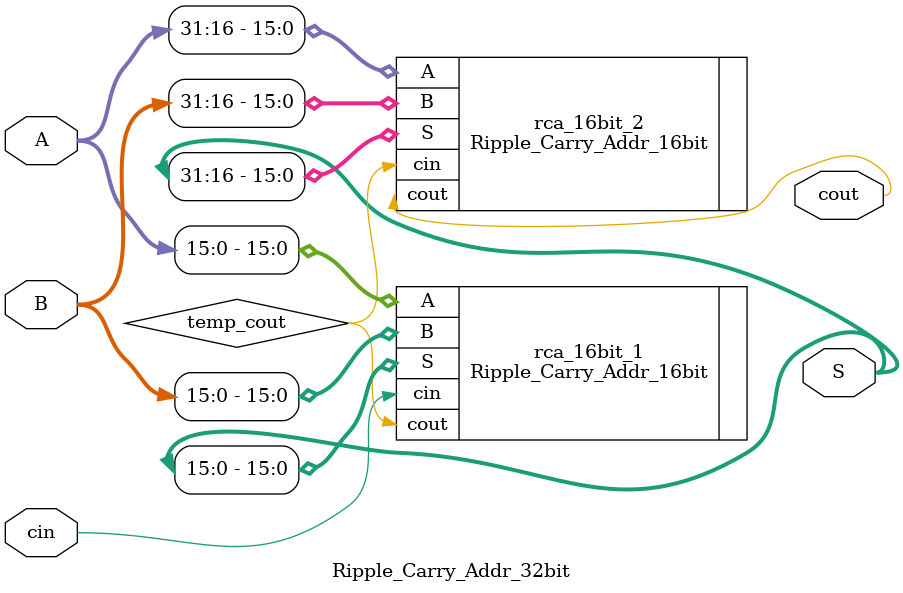
<source format=v>
`timescale 1ns / 1ps
module Ripple_Carry_Addr_32bit(A, B, cin, S, cout);
    input[31:0] A, B;	// Inputs
    input cin;				// Input
    output[31:0] S;		// Output
    output cout;			// Output

    wire temp_cout;		// Wire
    // 2 instantiated 16-bit ripple carry adders
    Ripple_Carry_Addr_16bit rca_16bit_1(.A(A[15:0]),.B(B[15:0]),.cin(cin),.S(S[15:0]),.cout(temp_cout));
	 Ripple_Carry_Addr_16bit rca_16bit_2(.A(A[31:16]),.B(B[31:16]),.cin(temp_cout),.S(S[31:16]),.cout(cout));
endmodule

</source>
